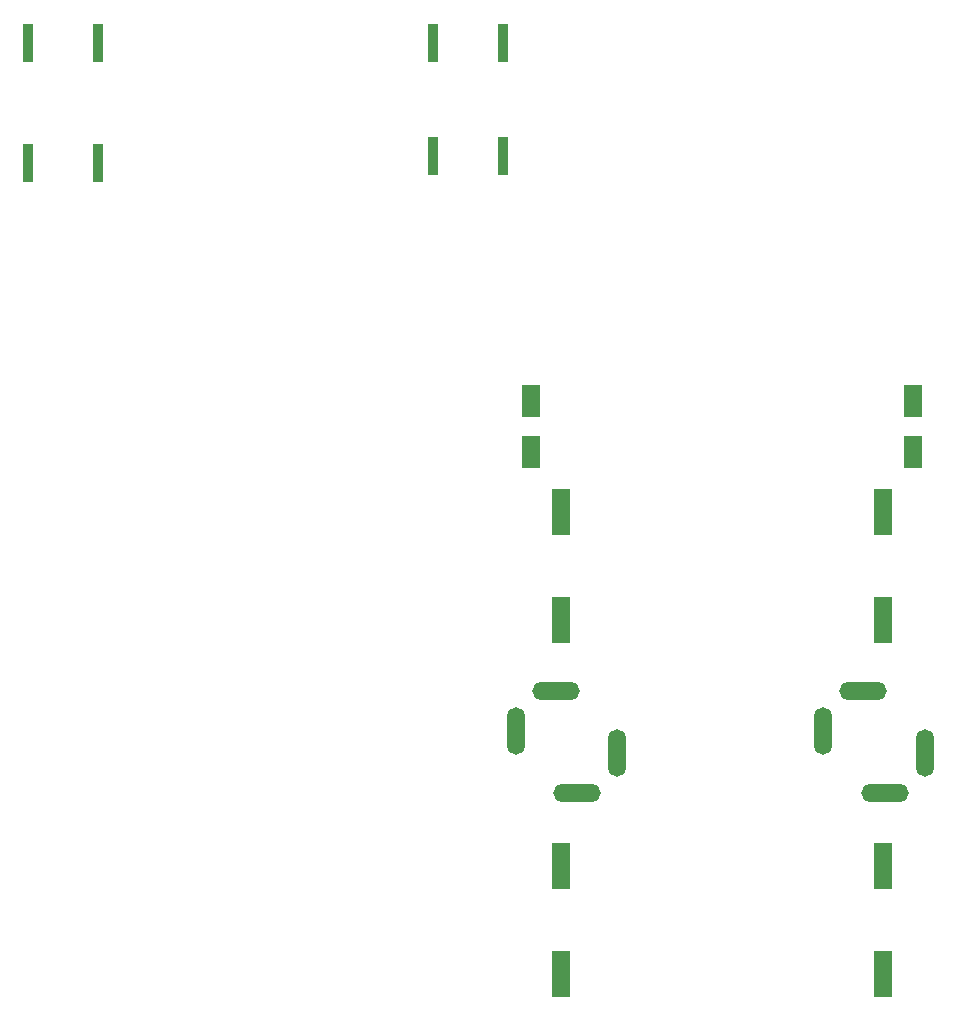
<source format=gtp>
G04 #@! TF.GenerationSoftware,KiCad,Pcbnew,7.0.9*
G04 #@! TF.CreationDate,2024-03-05T13:31:22-05:00*
G04 #@! TF.ProjectId,sleep_rig_pcb,736c6565-705f-4726-9967-5f7063622e6b,rev?*
G04 #@! TF.SameCoordinates,Original*
G04 #@! TF.FileFunction,Paste,Top*
G04 #@! TF.FilePolarity,Positive*
%FSLAX46Y46*%
G04 Gerber Fmt 4.6, Leading zero omitted, Abs format (unit mm)*
G04 Created by KiCad (PCBNEW 7.0.9) date 2024-03-05 13:31:22*
%MOMM*%
%LPD*%
G01*
G04 APERTURE LIST*
%ADD10R,1.600000X2.800000*%
%ADD11R,1.498600X3.911600*%
%ADD12R,0.914400X3.251200*%
%ADD13O,4.013200X1.498600*%
%ADD14O,1.498600X4.013200*%
G04 APERTURE END LIST*
D10*
X110490000Y-106485000D03*
X110490000Y-110785000D03*
D11*
X80645000Y-145855000D03*
X80645000Y-154948200D03*
D12*
X41503600Y-86360000D03*
X35560000Y-86360000D03*
D11*
X80645000Y-125001600D03*
X80645000Y-115908400D03*
D12*
X75793600Y-85725000D03*
X69850000Y-85725000D03*
D11*
X107950000Y-145855000D03*
X107950000Y-154948200D03*
D12*
X41503600Y-76200000D03*
X35560000Y-76200000D03*
D13*
X82065622Y-139635810D03*
D14*
X85445600Y-136261420D03*
D13*
X80214978Y-131050610D03*
D14*
X76835000Y-134425000D03*
D11*
X107950000Y-125001600D03*
X107950000Y-115908400D03*
D12*
X75793600Y-76200000D03*
X69850000Y-76200000D03*
D10*
X78105000Y-106485000D03*
X78105000Y-110785000D03*
D13*
X108100622Y-139635810D03*
D14*
X111480600Y-136261420D03*
D13*
X106249978Y-131050610D03*
D14*
X102870000Y-134425000D03*
M02*

</source>
